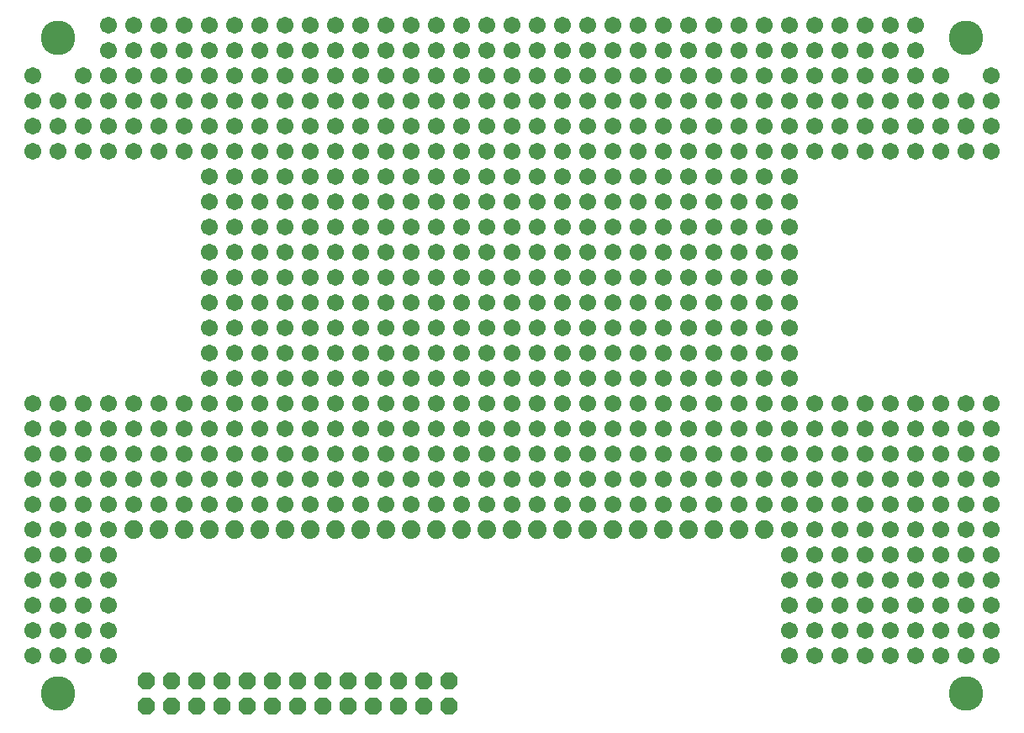
<source format=gbs>
G75*
%MOIN*%
%OFA0B0*%
%FSLAX25Y25*%
%IPPOS*%
%LPD*%
%AMOC8*
5,1,8,0,0,1.08239X$1,22.5*
%
%ADD10C,0.13700*%
%ADD11C,0.07400*%
%ADD12OC8,0.06800*%
%ADD13C,0.06706*%
D10*
X0016000Y0041300D03*
X0016000Y0301300D03*
X0376000Y0301300D03*
X0376000Y0041300D03*
D11*
X0296000Y0106300D03*
X0286000Y0106300D03*
X0276000Y0106300D03*
X0266000Y0106300D03*
X0256000Y0106300D03*
X0246000Y0106300D03*
X0236000Y0106300D03*
X0226000Y0106300D03*
X0216000Y0106300D03*
X0206000Y0106300D03*
X0196000Y0106300D03*
X0186000Y0106300D03*
X0176000Y0106300D03*
X0166000Y0106300D03*
X0156000Y0106300D03*
X0146000Y0106300D03*
X0136000Y0106300D03*
X0126000Y0106300D03*
X0116000Y0106300D03*
X0106000Y0106300D03*
X0096000Y0106300D03*
X0086000Y0106300D03*
X0076000Y0106300D03*
X0066000Y0106300D03*
X0056000Y0106300D03*
X0046000Y0106300D03*
D12*
X0051000Y0046300D03*
X0061000Y0046300D03*
X0061000Y0036300D03*
X0051000Y0036300D03*
X0071000Y0036300D03*
X0081000Y0036300D03*
X0081000Y0046300D03*
X0071000Y0046300D03*
X0091000Y0046300D03*
X0101000Y0046300D03*
X0101000Y0036300D03*
X0091000Y0036300D03*
X0111000Y0036300D03*
X0121000Y0036300D03*
X0121000Y0046300D03*
X0111000Y0046300D03*
X0131000Y0046300D03*
X0131000Y0036300D03*
X0141000Y0036300D03*
X0151000Y0036300D03*
X0151000Y0046300D03*
X0141000Y0046300D03*
X0161000Y0046300D03*
X0171000Y0046300D03*
X0171000Y0036300D03*
X0161000Y0036300D03*
D13*
X0156000Y0116300D03*
X0146000Y0116300D03*
X0146000Y0126300D03*
X0156000Y0126300D03*
X0156000Y0136300D03*
X0146000Y0136300D03*
X0136000Y0136300D03*
X0126000Y0136300D03*
X0126000Y0126300D03*
X0136000Y0126300D03*
X0136000Y0116300D03*
X0126000Y0116300D03*
X0116000Y0116300D03*
X0106000Y0116300D03*
X0106000Y0126300D03*
X0116000Y0126300D03*
X0116000Y0136300D03*
X0106000Y0136300D03*
X0096000Y0136300D03*
X0096000Y0126300D03*
X0096000Y0116300D03*
X0086000Y0116300D03*
X0076000Y0116300D03*
X0076000Y0126300D03*
X0086000Y0126300D03*
X0086000Y0136300D03*
X0076000Y0136300D03*
X0066000Y0136300D03*
X0056000Y0136300D03*
X0056000Y0126300D03*
X0066000Y0126300D03*
X0066000Y0116300D03*
X0056000Y0116300D03*
X0046000Y0116300D03*
X0036000Y0116300D03*
X0036000Y0106300D03*
X0036000Y0096300D03*
X0036000Y0086300D03*
X0036000Y0076300D03*
X0026000Y0076300D03*
X0016000Y0076300D03*
X0016000Y0086300D03*
X0026000Y0086300D03*
X0026000Y0096300D03*
X0016000Y0096300D03*
X0016000Y0106300D03*
X0026000Y0106300D03*
X0026000Y0116300D03*
X0016000Y0116300D03*
X0016000Y0126300D03*
X0026000Y0126300D03*
X0026000Y0136300D03*
X0016000Y0136300D03*
X0006000Y0136300D03*
X0006000Y0126300D03*
X0006000Y0116300D03*
X0006000Y0106300D03*
X0006000Y0096300D03*
X0006000Y0086300D03*
X0006000Y0076300D03*
X0006000Y0066300D03*
X0006000Y0056300D03*
X0016000Y0056300D03*
X0026000Y0056300D03*
X0026000Y0066300D03*
X0016000Y0066300D03*
X0036000Y0066300D03*
X0036000Y0056300D03*
X0036000Y0126300D03*
X0046000Y0126300D03*
X0046000Y0136300D03*
X0036000Y0136300D03*
X0036000Y0146300D03*
X0046000Y0146300D03*
X0046000Y0156300D03*
X0036000Y0156300D03*
X0026000Y0156300D03*
X0016000Y0156300D03*
X0016000Y0146300D03*
X0026000Y0146300D03*
X0006000Y0146300D03*
X0006000Y0156300D03*
X0056000Y0156300D03*
X0066000Y0156300D03*
X0066000Y0146300D03*
X0056000Y0146300D03*
X0076000Y0146300D03*
X0086000Y0146300D03*
X0086000Y0156300D03*
X0076000Y0156300D03*
X0076000Y0166300D03*
X0086000Y0166300D03*
X0086000Y0176300D03*
X0076000Y0176300D03*
X0076000Y0186300D03*
X0086000Y0186300D03*
X0086000Y0196300D03*
X0076000Y0196300D03*
X0076000Y0206300D03*
X0086000Y0206300D03*
X0086000Y0216300D03*
X0076000Y0216300D03*
X0076000Y0226300D03*
X0086000Y0226300D03*
X0086000Y0236300D03*
X0076000Y0236300D03*
X0076000Y0246300D03*
X0086000Y0246300D03*
X0086000Y0256300D03*
X0076000Y0256300D03*
X0076000Y0266300D03*
X0086000Y0266300D03*
X0096000Y0266300D03*
X0096000Y0256300D03*
X0096000Y0246300D03*
X0096000Y0236300D03*
X0096000Y0226300D03*
X0096000Y0216300D03*
X0096000Y0206300D03*
X0106000Y0206300D03*
X0116000Y0206300D03*
X0116000Y0216300D03*
X0106000Y0216300D03*
X0106000Y0226300D03*
X0116000Y0226300D03*
X0116000Y0236300D03*
X0106000Y0236300D03*
X0106000Y0246300D03*
X0116000Y0246300D03*
X0116000Y0256300D03*
X0106000Y0256300D03*
X0106000Y0266300D03*
X0116000Y0266300D03*
X0126000Y0266300D03*
X0136000Y0266300D03*
X0136000Y0256300D03*
X0126000Y0256300D03*
X0126000Y0246300D03*
X0136000Y0246300D03*
X0136000Y0236300D03*
X0126000Y0236300D03*
X0126000Y0226300D03*
X0136000Y0226300D03*
X0136000Y0216300D03*
X0126000Y0216300D03*
X0126000Y0206300D03*
X0136000Y0206300D03*
X0146000Y0206300D03*
X0156000Y0206300D03*
X0156000Y0216300D03*
X0146000Y0216300D03*
X0146000Y0226300D03*
X0156000Y0226300D03*
X0156000Y0236300D03*
X0146000Y0236300D03*
X0146000Y0246300D03*
X0156000Y0246300D03*
X0156000Y0256300D03*
X0146000Y0256300D03*
X0146000Y0266300D03*
X0156000Y0266300D03*
X0166000Y0266300D03*
X0166000Y0256300D03*
X0166000Y0246300D03*
X0166000Y0236300D03*
X0166000Y0226300D03*
X0166000Y0216300D03*
X0166000Y0206300D03*
X0176000Y0206300D03*
X0186000Y0206300D03*
X0186000Y0216300D03*
X0176000Y0216300D03*
X0176000Y0226300D03*
X0186000Y0226300D03*
X0186000Y0236300D03*
X0176000Y0236300D03*
X0176000Y0246300D03*
X0186000Y0246300D03*
X0186000Y0256300D03*
X0176000Y0256300D03*
X0176000Y0266300D03*
X0186000Y0266300D03*
X0196000Y0266300D03*
X0206000Y0266300D03*
X0206000Y0256300D03*
X0196000Y0256300D03*
X0196000Y0246300D03*
X0206000Y0246300D03*
X0206000Y0236300D03*
X0196000Y0236300D03*
X0196000Y0226300D03*
X0206000Y0226300D03*
X0206000Y0216300D03*
X0196000Y0216300D03*
X0196000Y0206300D03*
X0206000Y0206300D03*
X0216000Y0206300D03*
X0226000Y0206300D03*
X0226000Y0216300D03*
X0216000Y0216300D03*
X0216000Y0226300D03*
X0226000Y0226300D03*
X0226000Y0236300D03*
X0216000Y0236300D03*
X0216000Y0246300D03*
X0226000Y0246300D03*
X0226000Y0256300D03*
X0216000Y0256300D03*
X0216000Y0266300D03*
X0226000Y0266300D03*
X0236000Y0266300D03*
X0246000Y0266300D03*
X0246000Y0256300D03*
X0236000Y0256300D03*
X0236000Y0246300D03*
X0246000Y0246300D03*
X0246000Y0236300D03*
X0236000Y0236300D03*
X0236000Y0226300D03*
X0246000Y0226300D03*
X0246000Y0216300D03*
X0236000Y0216300D03*
X0236000Y0206300D03*
X0246000Y0206300D03*
X0256000Y0206300D03*
X0256000Y0216300D03*
X0256000Y0226300D03*
X0256000Y0236300D03*
X0256000Y0246300D03*
X0256000Y0256300D03*
X0256000Y0266300D03*
X0266000Y0266300D03*
X0276000Y0266300D03*
X0276000Y0256300D03*
X0266000Y0256300D03*
X0266000Y0246300D03*
X0276000Y0246300D03*
X0276000Y0236300D03*
X0266000Y0236300D03*
X0266000Y0226300D03*
X0276000Y0226300D03*
X0276000Y0216300D03*
X0266000Y0216300D03*
X0266000Y0206300D03*
X0276000Y0206300D03*
X0286000Y0206300D03*
X0296000Y0206300D03*
X0296000Y0216300D03*
X0286000Y0216300D03*
X0286000Y0226300D03*
X0296000Y0226300D03*
X0296000Y0236300D03*
X0286000Y0236300D03*
X0286000Y0246300D03*
X0296000Y0246300D03*
X0296000Y0256300D03*
X0286000Y0256300D03*
X0286000Y0266300D03*
X0296000Y0266300D03*
X0306000Y0266300D03*
X0316000Y0266300D03*
X0316000Y0256300D03*
X0306000Y0256300D03*
X0306000Y0246300D03*
X0306000Y0236300D03*
X0306000Y0226300D03*
X0306000Y0216300D03*
X0306000Y0206300D03*
X0306000Y0196300D03*
X0306000Y0186300D03*
X0306000Y0176300D03*
X0306000Y0166300D03*
X0306000Y0156300D03*
X0316000Y0156300D03*
X0316000Y0146300D03*
X0306000Y0146300D03*
X0296000Y0146300D03*
X0286000Y0146300D03*
X0286000Y0156300D03*
X0296000Y0156300D03*
X0296000Y0166300D03*
X0286000Y0166300D03*
X0286000Y0176300D03*
X0296000Y0176300D03*
X0296000Y0186300D03*
X0286000Y0186300D03*
X0286000Y0196300D03*
X0296000Y0196300D03*
X0276000Y0196300D03*
X0266000Y0196300D03*
X0266000Y0186300D03*
X0276000Y0186300D03*
X0276000Y0176300D03*
X0266000Y0176300D03*
X0266000Y0166300D03*
X0276000Y0166300D03*
X0276000Y0156300D03*
X0266000Y0156300D03*
X0266000Y0146300D03*
X0276000Y0146300D03*
X0276000Y0136300D03*
X0266000Y0136300D03*
X0266000Y0126300D03*
X0276000Y0126300D03*
X0276000Y0116300D03*
X0266000Y0116300D03*
X0256000Y0116300D03*
X0256000Y0126300D03*
X0256000Y0136300D03*
X0246000Y0136300D03*
X0236000Y0136300D03*
X0236000Y0126300D03*
X0246000Y0126300D03*
X0246000Y0116300D03*
X0236000Y0116300D03*
X0226000Y0116300D03*
X0216000Y0116300D03*
X0216000Y0126300D03*
X0226000Y0126300D03*
X0226000Y0136300D03*
X0216000Y0136300D03*
X0206000Y0136300D03*
X0196000Y0136300D03*
X0196000Y0126300D03*
X0206000Y0126300D03*
X0206000Y0116300D03*
X0196000Y0116300D03*
X0186000Y0116300D03*
X0176000Y0116300D03*
X0176000Y0126300D03*
X0186000Y0126300D03*
X0186000Y0136300D03*
X0176000Y0136300D03*
X0166000Y0136300D03*
X0166000Y0126300D03*
X0166000Y0116300D03*
X0166000Y0146300D03*
X0166000Y0156300D03*
X0166000Y0166300D03*
X0166000Y0176300D03*
X0166000Y0186300D03*
X0166000Y0196300D03*
X0156000Y0196300D03*
X0146000Y0196300D03*
X0146000Y0186300D03*
X0156000Y0186300D03*
X0156000Y0176300D03*
X0146000Y0176300D03*
X0146000Y0166300D03*
X0156000Y0166300D03*
X0156000Y0156300D03*
X0146000Y0156300D03*
X0146000Y0146300D03*
X0156000Y0146300D03*
X0136000Y0146300D03*
X0126000Y0146300D03*
X0126000Y0156300D03*
X0136000Y0156300D03*
X0136000Y0166300D03*
X0126000Y0166300D03*
X0126000Y0176300D03*
X0136000Y0176300D03*
X0136000Y0186300D03*
X0126000Y0186300D03*
X0126000Y0196300D03*
X0136000Y0196300D03*
X0116000Y0196300D03*
X0106000Y0196300D03*
X0106000Y0186300D03*
X0116000Y0186300D03*
X0116000Y0176300D03*
X0106000Y0176300D03*
X0106000Y0166300D03*
X0116000Y0166300D03*
X0116000Y0156300D03*
X0106000Y0156300D03*
X0106000Y0146300D03*
X0116000Y0146300D03*
X0096000Y0146300D03*
X0096000Y0156300D03*
X0096000Y0166300D03*
X0096000Y0176300D03*
X0096000Y0186300D03*
X0096000Y0196300D03*
X0066000Y0256300D03*
X0056000Y0256300D03*
X0056000Y0266300D03*
X0066000Y0266300D03*
X0066000Y0276300D03*
X0056000Y0276300D03*
X0056000Y0286300D03*
X0066000Y0286300D03*
X0066000Y0296300D03*
X0056000Y0296300D03*
X0056000Y0306300D03*
X0066000Y0306300D03*
X0076000Y0306300D03*
X0086000Y0306300D03*
X0086000Y0296300D03*
X0076000Y0296300D03*
X0076000Y0286300D03*
X0086000Y0286300D03*
X0086000Y0276300D03*
X0076000Y0276300D03*
X0096000Y0276300D03*
X0096000Y0286300D03*
X0096000Y0296300D03*
X0096000Y0306300D03*
X0106000Y0306300D03*
X0116000Y0306300D03*
X0116000Y0296300D03*
X0106000Y0296300D03*
X0106000Y0286300D03*
X0116000Y0286300D03*
X0116000Y0276300D03*
X0106000Y0276300D03*
X0126000Y0276300D03*
X0136000Y0276300D03*
X0136000Y0286300D03*
X0126000Y0286300D03*
X0126000Y0296300D03*
X0136000Y0296300D03*
X0136000Y0306300D03*
X0126000Y0306300D03*
X0146000Y0306300D03*
X0156000Y0306300D03*
X0156000Y0296300D03*
X0146000Y0296300D03*
X0146000Y0286300D03*
X0156000Y0286300D03*
X0156000Y0276300D03*
X0146000Y0276300D03*
X0166000Y0276300D03*
X0166000Y0286300D03*
X0166000Y0296300D03*
X0166000Y0306300D03*
X0176000Y0306300D03*
X0186000Y0306300D03*
X0186000Y0296300D03*
X0176000Y0296300D03*
X0176000Y0286300D03*
X0186000Y0286300D03*
X0186000Y0276300D03*
X0176000Y0276300D03*
X0196000Y0276300D03*
X0206000Y0276300D03*
X0206000Y0286300D03*
X0196000Y0286300D03*
X0196000Y0296300D03*
X0206000Y0296300D03*
X0206000Y0306300D03*
X0196000Y0306300D03*
X0216000Y0306300D03*
X0226000Y0306300D03*
X0226000Y0296300D03*
X0216000Y0296300D03*
X0216000Y0286300D03*
X0226000Y0286300D03*
X0226000Y0276300D03*
X0216000Y0276300D03*
X0236000Y0276300D03*
X0246000Y0276300D03*
X0246000Y0286300D03*
X0236000Y0286300D03*
X0236000Y0296300D03*
X0246000Y0296300D03*
X0246000Y0306300D03*
X0236000Y0306300D03*
X0256000Y0306300D03*
X0256000Y0296300D03*
X0256000Y0286300D03*
X0256000Y0276300D03*
X0266000Y0276300D03*
X0276000Y0276300D03*
X0276000Y0286300D03*
X0266000Y0286300D03*
X0266000Y0296300D03*
X0276000Y0296300D03*
X0276000Y0306300D03*
X0266000Y0306300D03*
X0286000Y0306300D03*
X0296000Y0306300D03*
X0296000Y0296300D03*
X0286000Y0296300D03*
X0286000Y0286300D03*
X0296000Y0286300D03*
X0296000Y0276300D03*
X0286000Y0276300D03*
X0306000Y0276300D03*
X0316000Y0276300D03*
X0316000Y0286300D03*
X0306000Y0286300D03*
X0306000Y0296300D03*
X0316000Y0296300D03*
X0316000Y0306300D03*
X0306000Y0306300D03*
X0326000Y0306300D03*
X0336000Y0306300D03*
X0336000Y0296300D03*
X0326000Y0296300D03*
X0326000Y0286300D03*
X0336000Y0286300D03*
X0336000Y0276300D03*
X0326000Y0276300D03*
X0326000Y0266300D03*
X0336000Y0266300D03*
X0336000Y0256300D03*
X0326000Y0256300D03*
X0346000Y0256300D03*
X0346000Y0266300D03*
X0356000Y0266300D03*
X0366000Y0266300D03*
X0366000Y0256300D03*
X0356000Y0256300D03*
X0376000Y0256300D03*
X0386000Y0256300D03*
X0386000Y0266300D03*
X0376000Y0266300D03*
X0376000Y0276300D03*
X0386000Y0276300D03*
X0386000Y0286300D03*
X0366000Y0286300D03*
X0356000Y0286300D03*
X0356000Y0276300D03*
X0366000Y0276300D03*
X0346000Y0276300D03*
X0346000Y0286300D03*
X0346000Y0296300D03*
X0346000Y0306300D03*
X0356000Y0306300D03*
X0356000Y0296300D03*
X0256000Y0196300D03*
X0256000Y0186300D03*
X0256000Y0176300D03*
X0256000Y0166300D03*
X0256000Y0156300D03*
X0256000Y0146300D03*
X0246000Y0146300D03*
X0236000Y0146300D03*
X0236000Y0156300D03*
X0246000Y0156300D03*
X0246000Y0166300D03*
X0236000Y0166300D03*
X0236000Y0176300D03*
X0246000Y0176300D03*
X0246000Y0186300D03*
X0236000Y0186300D03*
X0236000Y0196300D03*
X0246000Y0196300D03*
X0226000Y0196300D03*
X0216000Y0196300D03*
X0216000Y0186300D03*
X0226000Y0186300D03*
X0226000Y0176300D03*
X0216000Y0176300D03*
X0216000Y0166300D03*
X0226000Y0166300D03*
X0226000Y0156300D03*
X0216000Y0156300D03*
X0216000Y0146300D03*
X0226000Y0146300D03*
X0206000Y0146300D03*
X0196000Y0146300D03*
X0196000Y0156300D03*
X0206000Y0156300D03*
X0206000Y0166300D03*
X0196000Y0166300D03*
X0196000Y0176300D03*
X0206000Y0176300D03*
X0206000Y0186300D03*
X0196000Y0186300D03*
X0196000Y0196300D03*
X0206000Y0196300D03*
X0186000Y0196300D03*
X0176000Y0196300D03*
X0176000Y0186300D03*
X0186000Y0186300D03*
X0186000Y0176300D03*
X0176000Y0176300D03*
X0176000Y0166300D03*
X0186000Y0166300D03*
X0186000Y0156300D03*
X0176000Y0156300D03*
X0176000Y0146300D03*
X0186000Y0146300D03*
X0286000Y0136300D03*
X0296000Y0136300D03*
X0296000Y0126300D03*
X0286000Y0126300D03*
X0286000Y0116300D03*
X0296000Y0116300D03*
X0306000Y0116300D03*
X0316000Y0116300D03*
X0316000Y0106300D03*
X0306000Y0106300D03*
X0306000Y0096300D03*
X0316000Y0096300D03*
X0316000Y0086300D03*
X0306000Y0086300D03*
X0306000Y0076300D03*
X0316000Y0076300D03*
X0326000Y0076300D03*
X0336000Y0076300D03*
X0336000Y0086300D03*
X0326000Y0086300D03*
X0326000Y0096300D03*
X0336000Y0096300D03*
X0336000Y0106300D03*
X0326000Y0106300D03*
X0326000Y0116300D03*
X0336000Y0116300D03*
X0336000Y0126300D03*
X0326000Y0126300D03*
X0326000Y0136300D03*
X0336000Y0136300D03*
X0346000Y0136300D03*
X0346000Y0126300D03*
X0346000Y0116300D03*
X0346000Y0106300D03*
X0346000Y0096300D03*
X0346000Y0086300D03*
X0346000Y0076300D03*
X0356000Y0076300D03*
X0366000Y0076300D03*
X0366000Y0086300D03*
X0356000Y0086300D03*
X0356000Y0096300D03*
X0366000Y0096300D03*
X0366000Y0106300D03*
X0356000Y0106300D03*
X0356000Y0116300D03*
X0366000Y0116300D03*
X0366000Y0126300D03*
X0356000Y0126300D03*
X0356000Y0136300D03*
X0366000Y0136300D03*
X0376000Y0136300D03*
X0386000Y0136300D03*
X0386000Y0126300D03*
X0376000Y0126300D03*
X0376000Y0116300D03*
X0386000Y0116300D03*
X0386000Y0106300D03*
X0376000Y0106300D03*
X0376000Y0096300D03*
X0386000Y0096300D03*
X0386000Y0086300D03*
X0376000Y0086300D03*
X0376000Y0076300D03*
X0386000Y0076300D03*
X0386000Y0066300D03*
X0376000Y0066300D03*
X0376000Y0056300D03*
X0386000Y0056300D03*
X0366000Y0056300D03*
X0356000Y0056300D03*
X0356000Y0066300D03*
X0366000Y0066300D03*
X0346000Y0066300D03*
X0346000Y0056300D03*
X0336000Y0056300D03*
X0326000Y0056300D03*
X0326000Y0066300D03*
X0336000Y0066300D03*
X0316000Y0066300D03*
X0306000Y0066300D03*
X0306000Y0056300D03*
X0316000Y0056300D03*
X0316000Y0126300D03*
X0306000Y0126300D03*
X0306000Y0136300D03*
X0316000Y0136300D03*
X0326000Y0146300D03*
X0336000Y0146300D03*
X0336000Y0156300D03*
X0326000Y0156300D03*
X0346000Y0156300D03*
X0346000Y0146300D03*
X0356000Y0146300D03*
X0366000Y0146300D03*
X0366000Y0156300D03*
X0356000Y0156300D03*
X0376000Y0156300D03*
X0386000Y0156300D03*
X0386000Y0146300D03*
X0376000Y0146300D03*
X0046000Y0256300D03*
X0036000Y0256300D03*
X0036000Y0266300D03*
X0046000Y0266300D03*
X0046000Y0276300D03*
X0036000Y0276300D03*
X0036000Y0286300D03*
X0046000Y0286300D03*
X0046000Y0296300D03*
X0036000Y0296300D03*
X0036000Y0306300D03*
X0046000Y0306300D03*
X0026000Y0286300D03*
X0026000Y0276300D03*
X0016000Y0276300D03*
X0006000Y0276300D03*
X0006000Y0286300D03*
X0006000Y0266300D03*
X0006000Y0256300D03*
X0016000Y0256300D03*
X0026000Y0256300D03*
X0026000Y0266300D03*
X0016000Y0266300D03*
M02*

</source>
